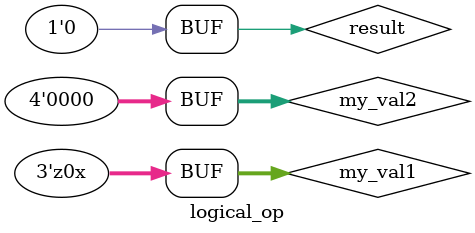
<source format=v>
module logical_op ();

reg [2:0] my_val1 = 3'b111;         //3Bit Variable
reg [3:0] my_val2 = 4'b0000;        //4Bit Variable
reg result;                         //1Bit Result

//Monitor values
initial begin
    $monitor("Value 1=%b, Value 2=%b, Result=%b", my_val1, my_val2, result);
end

//Generate Stimulus
initial begin
    result = !my_val1;              //Logical NOT
    #5;
    result = !my_val2;              //Logical NOT

    #5;
    result = my_val1 && my_val2;    //Logical AND

    #5;
    result = my_val1 || my_val2;    //Logical OR

    #5;
    my_val1 = 3'bZ0X;               //Add unknown bits

    #5;
    result = !my_val1;              //Logical NOT

    #5;
    result = my_val1 || my_val2;    //Logical OR

    #5;
    result = my_val1 && my_val2;    //Logical AND
end
    
endmodule
</source>
